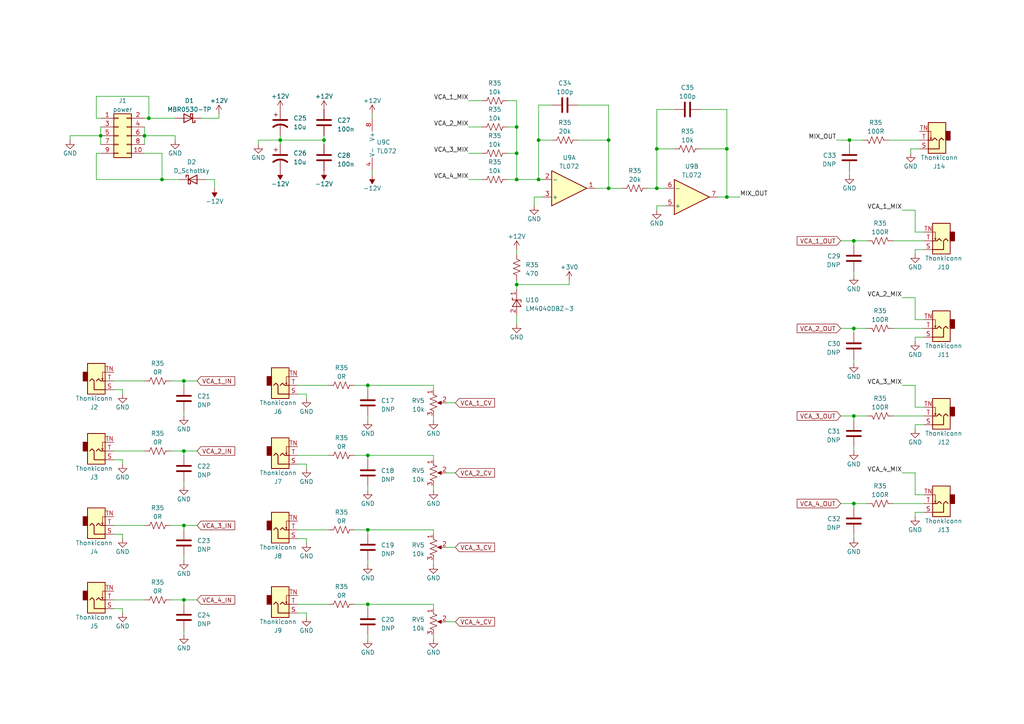
<source format=kicad_sch>
(kicad_sch (version 20230121) (generator eeschema)
  (paper "A4")
  (lib_symbols
    (symbol "Amplifier_Operational:TL072" (pin_names (offset 0.127))
      (property "Reference" "U" (at 0 5.08 0))
      (property "Value" "TL072" (at 0 -5.08 0))
      (symbol "TL072_1_1"
        (polyline (pts (xy -5.08 5.08) (xy 5.08 0) (xy -5.08 -5.08) (xy -5.08 5.08)) (stroke (width 0.254)) (fill (type background)))
        (pin output line (at 7.62 0 180) (length 2.54) (name "~") (number "1"))
        (pin input line (at -7.62 -2.54 0) (length 2.54) (name "-") (number "2"))
        (pin input line (at -7.62 2.54 0) (length 2.54) (name "+") (number "3"))
      )
      (symbol "TL072_2_1"
        (polyline (pts (xy -5.08 5.08) (xy 5.08 0) (xy -5.08 -5.08) (xy -5.08 5.08)) (stroke (width 0.254)) (fill (type background)))
        (pin input line (at -7.62 2.54 0) (length 2.54) (name "+") (number "5"))
        (pin input line (at -7.62 -2.54 0) (length 2.54) (name "-") (number "6"))
        (pin output line (at 7.62 0 180) (length 2.54) (name "~") (number "7"))
      )
      (symbol "TL072_3_1"
        (pin power_in line (at -2.54 -7.62 90) (length 3.81) (name "V-") (number "4"))
        (pin power_in line (at -2.54 7.62 270) (length 3.81) (name "V+") (number "8"))
      )
    )
    (symbol "Connector_Audio:AudioJack2_SwitchT"
      (property "Reference" "J" (at 0 8.89 0))
      (property "Value" "AudioJack2_SwitchT" (at 0 6.35 0))
      (symbol "AudioJack2_SwitchT_0_1"
        (rectangle (start -2.54 0) (end -3.81 -2.54) (stroke (width 0.254)) (fill (type outline)))
        (polyline (pts (xy 1.778 -0.254) (xy 2.032 -0.762)))
        (polyline (pts (xy 0 0) (xy 0.635 -0.635) (xy 1.27 0) (xy 2.54 0)) (stroke (width 0.254)))
        (polyline (pts (xy 2.54 -2.54) (xy 1.778 -2.54) (xy 1.778 -0.254) (xy 1.524 -0.762)))
        (polyline (pts (xy 2.54 2.54) (xy -0.635 2.54) (xy -0.635 0) (xy -1.27 -0.635) (xy -1.905 0)) (stroke (width 0.254)))
        (rectangle (start 2.54 3.81) (end -2.54 -5.08) (stroke (width 0.254)) (fill (type background)))
      )
      (symbol "AudioJack2_SwitchT_1_1"
        (pin passive line (at 5.08 2.54 180) (length 2.54) (name "~") (number "S"))
        (pin passive line (at 5.08 0 180) (length 2.54) (name "~") (number "T"))
        (pin passive line (at 5.08 -2.54 180) (length 2.54) (name "~") (number "TN"))
      )
    )
    (symbol "Connector_Generic:Conn_02x05_Odd_Even" (pin_names (offset 1.016) hide)
      (property "Reference" "J" (at 1.27 7.62 0))
      (property "Value" "Conn_02x05_Odd_Even" (at 1.27 -7.62 0))
      (symbol "Conn_02x05_Odd_Even_1_1"
        (rectangle (start -1.27 -4.953) (end 0 -5.207) (stroke (width 0.1524)))
        (rectangle (start -1.27 -2.413) (end 0 -2.667) (stroke (width 0.1524)))
        (rectangle (start -1.27 0.127) (end 0 -0.127) (stroke (width 0.1524)))
        (rectangle (start -1.27 2.667) (end 0 2.413) (stroke (width 0.1524)))
        (rectangle (start -1.27 5.207) (end 0 4.953) (stroke (width 0.1524)))
        (rectangle (start -1.27 6.35) (end 3.81 -6.35) (stroke (width 0.254)) (fill (type background)))
        (rectangle (start 3.81 -4.953) (end 2.54 -5.207) (stroke (width 0.1524)))
        (rectangle (start 3.81 -2.413) (end 2.54 -2.667) (stroke (width 0.1524)))
        (rectangle (start 3.81 0.127) (end 2.54 -0.127) (stroke (width 0.1524)))
        (rectangle (start 3.81 2.667) (end 2.54 2.413) (stroke (width 0.1524)))
        (rectangle (start 3.81 5.207) (end 2.54 4.953) (stroke (width 0.1524)))
        (pin passive line (at -5.08 5.08 0) (length 3.81) (name "Pin_1") (number "1"))
        (pin passive line (at 7.62 -5.08 180) (length 3.81) (name "Pin_10") (number "10"))
        (pin passive line (at 7.62 5.08 180) (length 3.81) (name "Pin_2") (number "2"))
        (pin passive line (at -5.08 2.54 0) (length 3.81) (name "Pin_3") (number "3"))
        (pin passive line (at 7.62 2.54 180) (length 3.81) (name "Pin_4") (number "4"))
        (pin passive line (at -5.08 0 0) (length 3.81) (name "Pin_5") (number "5"))
        (pin passive line (at 7.62 0 180) (length 3.81) (name "Pin_6") (number "6"))
        (pin passive line (at -5.08 -2.54 0) (length 3.81) (name "Pin_7") (number "7"))
        (pin passive line (at 7.62 -2.54 180) (length 3.81) (name "Pin_8") (number "8"))
        (pin passive line (at -5.08 -5.08 0) (length 3.81) (name "Pin_9") (number "9"))
      )
    )
    (symbol "Device:C" (pin_numbers hide) (pin_names (offset 0.254))
      (property "Reference" "C" (at 0.635 2.54 0))
      (property "Value" "C" (at 0.635 -2.54 0))
      (symbol "C_0_1"
        (polyline (pts (xy -2.032 -0.762) (xy 2.032 -0.762)) (stroke (width 0.508)))
        (polyline (pts (xy -2.032 0.762) (xy 2.032 0.762)) (stroke (width 0.508)))
      )
      (symbol "C_1_1"
        (pin passive line (at 0 3.81 270) (length 2.794) (name "~") (number "1"))
        (pin passive line (at 0 -3.81 90) (length 2.794) (name "~") (number "2"))
      )
    )
    (symbol "Device:C_Polarized_US" (pin_numbers hide) (pin_names (offset 0.254) hide)
      (property "Reference" "C" (at 0.635 2.54 0))
      (property "Value" "C_Polarized_US" (at 0.635 -2.54 0))
      (symbol "C_Polarized_US_0_1"
        (polyline (pts (xy -2.032 0.762) (xy 2.032 0.762)) (stroke (width 0.508)))
        (polyline (pts (xy -1.778 2.286) (xy -0.762 2.286)))
        (polyline (pts (xy -1.27 1.778) (xy -1.27 2.794)))
        (arc (start 2.032 -1.27) (mid 0 -0.5572) (end -2.032 -1.27) (stroke (width 0.508)))
      )
      (symbol "C_Polarized_US_1_1"
        (pin passive line (at 0 3.81 270) (length 2.794) (name "~") (number "1"))
        (pin passive line (at 0 -3.81 90) (length 3.302) (name "~") (number "2"))
      )
    )
    (symbol "Device:D_Schottky" (pin_numbers hide) (pin_names (offset 1.016) hide)
      (property "Reference" "D" (at 0 2.54 0))
      (property "Value" "D_Schottky" (at 0 -2.54 0))
      (symbol "D_Schottky_0_1"
        (polyline (pts (xy 1.27 0) (xy -1.27 0)))
        (polyline (pts (xy 1.27 1.27) (xy 1.27 -1.27) (xy -1.27 0) (xy 1.27 1.27)) (stroke (width 0.254)))
        (polyline (pts (xy -1.905 0.635) (xy -1.905 1.27) (xy -1.27 1.27) (xy -1.27 -1.27) (xy -0.635 -1.27) (xy -0.635 -0.635)) (stroke (width 0.254)))
      )
      (symbol "D_Schottky_1_1"
        (pin passive line (at -3.81 0 0) (length 2.54) (name "K") (number "1"))
        (pin passive line (at 3.81 0 180) (length 2.54) (name "A") (number "2"))
      )
    )
    (symbol "Device:R_Potentiometer_US" (pin_names (offset 1.016) hide)
      (property "Reference" "RV" (at -4.445 0 90))
      (property "Value" "R_Potentiometer_US" (at -2.54 0 90))
      (symbol "R_Potentiometer_US_0_1"
        (polyline (pts (xy 0 -2.286) (xy 0 -2.54)))
        (polyline (pts (xy 0 2.54) (xy 0 2.286)))
        (polyline (pts (xy 2.54 0) (xy 1.524 0)))
        (polyline (pts (xy 1.143 0) (xy 2.286 0.508) (xy 2.286 -0.508) (xy 1.143 0)) (fill (type outline)))
        (polyline (pts (xy 0 -0.762) (xy 1.016 -1.143) (xy 0 -1.524) (xy -1.016 -1.905) (xy 0 -2.286)))
        (polyline (pts (xy 0 0.762) (xy 1.016 0.381) (xy 0 0) (xy -1.016 -0.381) (xy 0 -0.762)))
        (polyline (pts (xy 0 2.286) (xy 1.016 1.905) (xy 0 1.524) (xy -1.016 1.143) (xy 0 0.762)))
      )
      (symbol "R_Potentiometer_US_1_1"
        (pin passive line (at 0 3.81 270) (length 1.27) (name "1") (number "1"))
        (pin passive line (at 3.81 0 180) (length 1.27) (name "2") (number "2"))
        (pin passive line (at 0 -3.81 90) (length 1.27) (name "3") (number "3"))
      )
    )
    (symbol "Device:R_US" (pin_numbers hide) (pin_names (offset 0))
      (property "Reference" "R" (at 2.54 0 90))
      (property "Value" "R_US" (at -2.54 0 90))
      (symbol "R_US_0_1"
        (polyline (pts (xy 0 -2.286) (xy 0 -2.54)))
        (polyline (pts (xy 0 2.286) (xy 0 2.54)))
        (polyline (pts (xy 0 -0.762) (xy 1.016 -1.143) (xy 0 -1.524) (xy -1.016 -1.905) (xy 0 -2.286)))
        (polyline (pts (xy 0 0.762) (xy 1.016 0.381) (xy 0 0) (xy -1.016 -0.381) (xy 0 -0.762)))
        (polyline (pts (xy 0 2.286) (xy 1.016 1.905) (xy 0 1.524) (xy -1.016 1.143) (xy 0 0.762)))
      )
      (symbol "R_US_1_1"
        (pin passive line (at 0 3.81 270) (length 1.27) (name "~") (number "1"))
        (pin passive line (at 0 -3.81 90) (length 1.27) (name "~") (number "2"))
      )
    )
    (symbol "Reference_Voltage:LM4040DBZ-3" (pin_names (offset 0.0254) hide)
      (property "Reference" "U" (at 0 2.54 0))
      (property "Value" "LM4040DBZ-3" (at 0 -3.175 0))
      (symbol "LM4040DBZ-3_0_1"
        (polyline (pts (xy -1.27 0) (xy 0 0) (xy 1.27 0)))
        (polyline (pts (xy -1.27 -1.27) (xy 0.635 0) (xy -1.27 1.27) (xy -1.27 -1.27)) (stroke (width 0.2032)))
        (polyline (pts (xy 0 -1.27) (xy 0.635 -1.27) (xy 0.635 1.27) (xy 1.27 1.27)) (stroke (width 0.2032)))
      )
      (symbol "LM4040DBZ-3_1_1"
        (pin passive line (at 3.81 0 180) (length 2.54) (name "K") (number "1"))
        (pin passive line (at -3.81 0 0) (length 2.54) (name "A") (number "2"))
      )
    )
    (symbol "power:+12V" (power) (pin_names (offset 0))
      (property "Value" "+12V" (at 0 3.556 0))
      (symbol "+12V_0_1"
        (polyline (pts (xy -0.762 1.27) (xy 0 2.54)))
        (polyline (pts (xy 0 0) (xy 0 2.54)))
        (polyline (pts (xy 0 2.54) (xy 0.762 1.27)))
      )
      (symbol "+12V_1_1"
        (pin power_in line (at 0 0 90) (length 0) hide (name "+12V") (number "1"))
      )
    )
    (symbol "power:+3V0" (power) (pin_names (offset 0))
      (property "Value" "+3V0" (at 0 3.556 0))
      (symbol "+3V0_0_1"
        (polyline (pts (xy -0.762 1.27) (xy 0 2.54)))
        (polyline (pts (xy 0 0) (xy 0 2.54)))
        (polyline (pts (xy 0 2.54) (xy 0.762 1.27)))
      )
      (symbol "+3V0_1_1"
        (pin power_in line (at 0 0 90) (length 0) hide (name "+3V0") (number "1"))
      )
    )
    (symbol "power:-12V" (power) (pin_names (offset 0))
      (property "Value" "-12V" (at 0 3.81 0))
      (symbol "-12V_0_0"
        (pin power_in line (at 0 0 90) (length 0) hide (name "-12V") (number "1"))
      )
      (symbol "-12V_0_1"
        (polyline (pts (xy 0 0) (xy 0 1.27) (xy 0.762 1.27) (xy 0 2.54) (xy -0.762 1.27) (xy 0 1.27)) (fill (type outline)))
      )
    )
    (symbol "power:GND" (power) (pin_names (offset 0))
      (property "Value" "GND" (at 0 -3.81 0))
      (symbol "GND_0_1"
        (polyline (pts (xy 0 0) (xy 0 -1.27) (xy 1.27 -1.27) (xy 0 -2.54) (xy -1.27 -1.27) (xy 0 -1.27)))
      )
      (symbol "GND_1_1"
        (pin power_in line (at 0 0 270) (length 0) hide (name "GND") (number "1"))
      )
    )
  )
  (junction (at 176.53 40.64))
  (junction (at 156.21 52.07))
  (junction (at 53.34 110.49))
  (junction (at 106.68 153.67))
  (junction (at 149.86 44.45))
  (junction (at 29.21 39.37))
  (junction (at 210.82 57.15))
  (junction (at 247.65 120.65))
  (junction (at 210.82 43.18))
  (junction (at 43.18 34.29))
  (junction (at 46.99 52.07))
  (junction (at 176.53 54.61))
  (junction (at 247.65 69.85))
  (junction (at 247.65 146.05))
  (junction (at 53.34 173.99))
  (junction (at 106.68 111.76))
  (junction (at 149.86 82.55))
  (junction (at 149.86 52.07))
  (junction (at 81.28 40.64))
  (junction (at 106.68 132.08))
  (junction (at 190.5 43.18))
  (junction (at 53.34 130.81))
  (junction (at 246.38 40.64))
  (junction (at 247.65 95.25))
  (junction (at 53.34 152.4))
  (junction (at 149.86 36.83))
  (junction (at 156.21 40.64))
  (junction (at 190.5 54.61))
  (junction (at 41.91 39.37))
  (junction (at 106.68 175.26))
  (junction (at 93.98 40.64))
  (wire (pts (xy 93.98 40.64) (xy 93.98 41.91)))
  (wire (pts (xy 29.21 36.83) (xy 29.21 39.37)))
  (wire (pts (xy 265.43 123.19) (xy 265.43 124.46)))
  (wire (pts (xy 247.65 95.25) (xy 243.84 95.25)))
  (wire (pts (xy 261.62 60.96) (xy 265.43 60.96)))
  (wire (pts (xy 43.18 34.29) (xy 41.91 34.29)))
  (wire (pts (xy 247.65 96.52) (xy 247.65 95.25)))
  (wire (pts (xy 265.43 86.36) (xy 265.43 92.71)))
  (wire (pts (xy 135.89 44.45) (xy 139.7 44.45)))
  (wire (pts (xy 265.43 72.39) (xy 265.43 73.66)))
  (wire (pts (xy 106.68 153.67) (xy 102.87 153.67)))
  (wire (pts (xy 247.65 154.94) (xy 247.65 156.21)))
  (wire (pts (xy 154.94 59.69) (xy 154.94 57.15)))
  (wire (pts (xy 33.02 154.94) (xy 35.56 154.94)))
  (wire (pts (xy 27.94 27.94) (xy 43.18 27.94)))
  (wire (pts (xy 106.68 175.26) (xy 102.87 175.26)))
  (wire (pts (xy 35.56 154.94) (xy 35.56 156.21)))
  (wire (pts (xy 88.9 156.21) (xy 88.9 157.48)))
  (wire (pts (xy 53.34 161.29) (xy 53.34 162.56)))
  (wire (pts (xy 53.34 173.99) (xy 49.53 173.99)))
  (wire (pts (xy 106.68 140.97) (xy 106.68 142.24)))
  (wire (pts (xy 247.65 121.92) (xy 247.65 120.65)))
  (wire (pts (xy 53.34 139.7) (xy 53.34 140.97)))
  (wire (pts (xy 125.73 162.56) (xy 125.73 163.83)))
  (wire (pts (xy 149.86 36.83) (xy 149.86 44.45)))
  (wire (pts (xy 86.36 134.62) (xy 88.9 134.62)))
  (wire (pts (xy 210.82 31.75) (xy 210.82 43.18)))
  (wire (pts (xy 106.68 120.65) (xy 106.68 121.92)))
  (wire (pts (xy 106.68 184.15) (xy 106.68 185.42)))
  (wire (pts (xy 43.18 27.94) (xy 43.18 34.29)))
  (wire (pts (xy 58.42 34.29) (xy 63.5 34.29)))
  (wire (pts (xy 88.9 177.8) (xy 88.9 179.07)))
  (wire (pts (xy 33.02 152.4) (xy 41.91 152.4)))
  (wire (pts (xy 190.5 43.18) (xy 195.58 43.18)))
  (wire (pts (xy 86.36 114.3) (xy 88.9 114.3)))
  (wire (pts (xy 265.43 137.16) (xy 265.43 143.51)))
  (wire (pts (xy 53.34 110.49) (xy 57.15 110.49)))
  (wire (pts (xy 43.18 34.29) (xy 50.8 34.29)))
  (wire (pts (xy 246.38 40.64) (xy 250.19 40.64)))
  (wire (pts (xy 29.21 34.29) (xy 27.94 34.29)))
  (wire (pts (xy 107.95 33.02) (xy 107.95 34.29)))
  (wire (pts (xy 149.86 72.39) (xy 149.86 73.66)))
  (wire (pts (xy 167.64 30.48) (xy 176.53 30.48)))
  (wire (pts (xy 261.62 111.76) (xy 265.43 111.76)))
  (wire (pts (xy 27.94 52.07) (xy 46.99 52.07)))
  (wire (pts (xy 125.73 175.26) (xy 125.73 176.53)))
  (wire (pts (xy 29.21 39.37) (xy 29.21 41.91)))
  (wire (pts (xy 266.7 40.64) (xy 257.81 40.64)))
  (wire (pts (xy 129.54 158.75) (xy 132.08 158.75)))
  (wire (pts (xy 129.54 116.84) (xy 132.08 116.84)))
  (wire (pts (xy 247.65 69.85) (xy 243.84 69.85)))
  (wire (pts (xy 247.65 78.74) (xy 247.65 80.01)))
  (wire (pts (xy 147.32 52.07) (xy 149.86 52.07)))
  (wire (pts (xy 88.9 134.62) (xy 88.9 135.89)))
  (wire (pts (xy 147.32 44.45) (xy 149.86 44.45)))
  (wire (pts (xy 135.89 29.21) (xy 139.7 29.21)))
  (wire (pts (xy 210.82 43.18) (xy 210.82 57.15)))
  (wire (pts (xy 265.43 111.76) (xy 265.43 118.11)))
  (wire (pts (xy 53.34 110.49) (xy 49.53 110.49)))
  (wire (pts (xy 246.38 40.64) (xy 242.57 40.64)))
  (wire (pts (xy 106.68 153.67) (xy 125.73 153.67)))
  (wire (pts (xy 125.73 120.65) (xy 125.73 121.92)))
  (wire (pts (xy 247.65 104.14) (xy 247.65 105.41)))
  (wire (pts (xy 149.86 29.21) (xy 149.86 36.83)))
  (wire (pts (xy 156.21 40.64) (xy 156.21 30.48)))
  (wire (pts (xy 190.5 31.75) (xy 190.5 43.18)))
  (wire (pts (xy 53.34 130.81) (xy 49.53 130.81)))
  (wire (pts (xy 50.8 39.37) (xy 50.8 40.64)))
  (wire (pts (xy 53.34 119.38) (xy 53.34 120.65)))
  (wire (pts (xy 190.5 54.61) (xy 190.5 43.18)))
  (wire (pts (xy 86.36 153.67) (xy 95.25 153.67)))
  (wire (pts (xy 165.1 81.28) (xy 165.1 82.55)))
  (wire (pts (xy 267.97 95.25) (xy 259.08 95.25)))
  (wire (pts (xy 149.86 82.55) (xy 165.1 82.55)))
  (wire (pts (xy 154.94 57.15) (xy 157.48 57.15)))
  (wire (pts (xy 35.56 133.35) (xy 35.56 134.62)))
  (wire (pts (xy 33.02 110.49) (xy 41.91 110.49)))
  (wire (pts (xy 106.68 162.56) (xy 106.68 163.83)))
  (wire (pts (xy 267.97 148.59) (xy 265.43 148.59)))
  (wire (pts (xy 129.54 137.16) (xy 132.08 137.16)))
  (wire (pts (xy 265.43 148.59) (xy 265.43 149.86)))
  (wire (pts (xy 195.58 31.75) (xy 190.5 31.75)))
  (wire (pts (xy 35.56 176.53) (xy 35.56 177.8)))
  (wire (pts (xy 176.53 30.48) (xy 176.53 40.64)))
  (wire (pts (xy 247.65 69.85) (xy 251.46 69.85)))
  (wire (pts (xy 156.21 30.48) (xy 160.02 30.48)))
  (wire (pts (xy 247.65 120.65) (xy 251.46 120.65)))
  (wire (pts (xy 264.16 43.18) (xy 264.16 44.45)))
  (wire (pts (xy 86.36 175.26) (xy 95.25 175.26)))
  (wire (pts (xy 265.43 92.71) (xy 267.97 92.71)))
  (wire (pts (xy 29.21 39.37) (xy 20.32 39.37)))
  (wire (pts (xy 53.34 111.76) (xy 53.34 110.49)))
  (wire (pts (xy 149.86 82.55) (xy 149.86 83.82)))
  (wire (pts (xy 86.36 156.21) (xy 88.9 156.21)))
  (wire (pts (xy 46.99 52.07) (xy 52.07 52.07)))
  (wire (pts (xy 41.91 39.37) (xy 50.8 39.37)))
  (wire (pts (xy 187.96 54.61) (xy 190.5 54.61)))
  (wire (pts (xy 203.2 43.18) (xy 210.82 43.18)))
  (wire (pts (xy 267.97 67.31) (xy 265.43 67.31)))
  (wire (pts (xy 125.73 140.97) (xy 125.73 142.24)))
  (wire (pts (xy 247.65 146.05) (xy 243.84 146.05)))
  (wire (pts (xy 106.68 176.53) (xy 106.68 175.26)))
  (wire (pts (xy 33.02 133.35) (xy 35.56 133.35)))
  (wire (pts (xy 265.43 118.11) (xy 267.97 118.11)))
  (wire (pts (xy 149.86 91.44) (xy 149.86 93.98)))
  (wire (pts (xy 53.34 175.26) (xy 53.34 173.99)))
  (wire (pts (xy 246.38 41.91) (xy 246.38 40.64)))
  (wire (pts (xy 247.65 146.05) (xy 251.46 146.05)))
  (wire (pts (xy 106.68 154.94) (xy 106.68 153.67)))
  (wire (pts (xy 27.94 34.29) (xy 27.94 27.94)))
  (wire (pts (xy 247.65 71.12) (xy 247.65 69.85)))
  (wire (pts (xy 147.32 36.83) (xy 149.86 36.83)))
  (wire (pts (xy 247.65 147.32) (xy 247.65 146.05)))
  (wire (pts (xy 53.34 182.88) (xy 53.34 184.15)))
  (wire (pts (xy 81.28 40.64) (xy 93.98 40.64)))
  (wire (pts (xy 20.32 39.37) (xy 20.32 40.64)))
  (wire (pts (xy 53.34 173.99) (xy 57.15 173.99)))
  (wire (pts (xy 261.62 86.36) (xy 265.43 86.36)))
  (wire (pts (xy 149.86 81.28) (xy 149.86 82.55)))
  (wire (pts (xy 156.21 52.07) (xy 157.48 52.07)))
  (wire (pts (xy 106.68 175.26) (xy 125.73 175.26)))
  (wire (pts (xy 190.5 60.96) (xy 190.5 59.69)))
  (wire (pts (xy 210.82 57.15) (xy 208.28 57.15)))
  (wire (pts (xy 135.89 36.83) (xy 139.7 36.83)))
  (wire (pts (xy 267.97 69.85) (xy 259.08 69.85)))
  (wire (pts (xy 106.68 111.76) (xy 102.87 111.76)))
  (wire (pts (xy 29.21 44.45) (xy 27.94 44.45)))
  (wire (pts (xy 74.93 41.91) (xy 74.93 40.64)))
  (wire (pts (xy 176.53 54.61) (xy 180.34 54.61)))
  (wire (pts (xy 62.23 52.07) (xy 62.23 54.61)))
  (wire (pts (xy 86.36 111.76) (xy 95.25 111.76)))
  (wire (pts (xy 267.97 72.39) (xy 265.43 72.39)))
  (wire (pts (xy 265.43 143.51) (xy 267.97 143.51)))
  (wire (pts (xy 149.86 52.07) (xy 156.21 52.07)))
  (wire (pts (xy 265.43 97.79) (xy 265.43 99.06)))
  (wire (pts (xy 266.7 43.18) (xy 264.16 43.18)))
  (wire (pts (xy 246.38 49.53) (xy 246.38 50.8)))
  (wire (pts (xy 106.68 132.08) (xy 102.87 132.08)))
  (wire (pts (xy 106.68 133.35) (xy 106.68 132.08)))
  (wire (pts (xy 53.34 132.08) (xy 53.34 130.81)))
  (wire (pts (xy 203.2 31.75) (xy 210.82 31.75)))
  (wire (pts (xy 125.73 184.15) (xy 125.73 185.42)))
  (wire (pts (xy 247.65 120.65) (xy 243.84 120.65)))
  (wire (pts (xy 247.65 95.25) (xy 251.46 95.25)))
  (wire (pts (xy 167.64 40.64) (xy 176.53 40.64)))
  (wire (pts (xy 41.91 44.45) (xy 46.99 44.45)))
  (wire (pts (xy 33.02 113.03) (xy 35.56 113.03)))
  (wire (pts (xy 160.02 40.64) (xy 156.21 40.64)))
  (wire (pts (xy 27.94 44.45) (xy 27.94 52.07)))
  (wire (pts (xy 53.34 130.81) (xy 57.15 130.81)))
  (wire (pts (xy 53.34 152.4) (xy 49.53 152.4)))
  (wire (pts (xy 267.97 120.65) (xy 259.08 120.65)))
  (wire (pts (xy 176.53 54.61) (xy 172.72 54.61)))
  (wire (pts (xy 135.89 52.07) (xy 139.7 52.07)))
  (wire (pts (xy 33.02 176.53) (xy 35.56 176.53)))
  (wire (pts (xy 147.32 29.21) (xy 149.86 29.21)))
  (wire (pts (xy 267.97 123.19) (xy 265.43 123.19)))
  (wire (pts (xy 81.28 40.64) (xy 81.28 41.91)))
  (wire (pts (xy 81.28 40.64) (xy 81.28 39.37)))
  (wire (pts (xy 107.95 49.53) (xy 107.95 50.8)))
  (wire (pts (xy 88.9 114.3) (xy 88.9 115.57)))
  (wire (pts (xy 41.91 36.83) (xy 41.91 39.37)))
  (wire (pts (xy 210.82 57.15) (xy 214.63 57.15)))
  (wire (pts (xy 106.68 113.03) (xy 106.68 111.76)))
  (wire (pts (xy 190.5 54.61) (xy 193.04 54.61)))
  (wire (pts (xy 93.98 40.64) (xy 93.98 39.37)))
  (wire (pts (xy 125.73 132.08) (xy 125.73 133.35)))
  (wire (pts (xy 176.53 40.64) (xy 176.53 54.61)))
  (wire (pts (xy 74.93 40.64) (xy 81.28 40.64)))
  (wire (pts (xy 46.99 44.45) (xy 46.99 52.07)))
  (wire (pts (xy 63.5 34.29) (xy 63.5 33.02)))
  (wire (pts (xy 149.86 44.45) (xy 149.86 52.07)))
  (wire (pts (xy 265.43 67.31) (xy 265.43 60.96)))
  (wire (pts (xy 190.5 59.69) (xy 193.04 59.69)))
  (wire (pts (xy 267.97 146.05) (xy 259.08 146.05)))
  (wire (pts (xy 86.36 132.08) (xy 95.25 132.08)))
  (wire (pts (xy 106.68 132.08) (xy 125.73 132.08)))
  (wire (pts (xy 106.68 111.76) (xy 125.73 111.76)))
  (wire (pts (xy 156.21 40.64) (xy 156.21 52.07)))
  (wire (pts (xy 129.54 180.34) (xy 132.08 180.34)))
  (wire (pts (xy 33.02 130.81) (xy 41.91 130.81)))
  (wire (pts (xy 125.73 111.76) (xy 125.73 113.03)))
  (wire (pts (xy 41.91 39.37) (xy 41.91 41.91)))
  (wire (pts (xy 261.62 137.16) (xy 265.43 137.16)))
  (wire (pts (xy 35.56 113.03) (xy 35.56 114.3)))
  (wire (pts (xy 247.65 129.54) (xy 247.65 130.81)))
  (wire (pts (xy 125.73 153.67) (xy 125.73 154.94)))
  (wire (pts (xy 53.34 152.4) (xy 57.15 152.4)))
  (wire (pts (xy 53.34 153.67) (xy 53.34 152.4)))
  (wire (pts (xy 33.02 173.99) (xy 41.91 173.99)))
  (wire (pts (xy 59.69 52.07) (xy 62.23 52.07)))
  (wire (pts (xy 86.36 177.8) (xy 88.9 177.8)))
  (wire (pts (xy 267.97 97.79) (xy 265.43 97.79)))
  (label "VCA_1_MIX" (at 261.62 60.96 180))
  (label "VCA_3_MIX" (at 135.89 44.45 180))
  (label "VCA_4_MIX" (at 261.62 137.16 180))
  (label "MIX_OUT" (at 214.63 57.15 0))
  (label "VCA_2_MIX" (at 135.89 36.83 180))
  (label "VCA_1_MIX" (at 135.89 29.21 180))
  (label "VCA_3_MIX" (at 261.62 111.76 180))
  (label "VCA_4_MIX" (at 135.89 52.07 180))
  (label "VCA_2_MIX" (at 261.62 86.36 180))
  (label "MIX_OUT" (at 242.57 40.64 180))
  (global_label "VCA_3_CV" (shape input) (at 132.08 158.75 0) (property "Intersheetrefs" "${INTERSHEET_REFS}" (effects hide)))
  (global_label "VCA_4_OUT" (shape input) (at 243.84 146.05 180) (property "Intersheetrefs" "${INTERSHEET_REFS}" (effects hide)))
  (global_label "VCA_1_IN" (shape input) (at 57.15 110.49 0) (property "Intersheetrefs" "${INTERSHEET_REFS}" (effects hide)))
  (global_label "VCA_3_IN" (shape input) (at 57.15 152.4 0) (property "Intersheetrefs" "${INTERSHEET_REFS}" (effects hide)))
  (global_label "VCA_2_IN" (shape input) (at 57.15 130.81 0) (property "Intersheetrefs" "${INTERSHEET_REFS}" (effects hide)))
  (global_label "VCA_1_CV" (shape input) (at 132.08 116.84 0) (property "Intersheetrefs" "${INTERSHEET_REFS}" (effects hide)))
  (global_label "VCA_4_IN" (shape input) (at 57.15 173.99 0) (property "Intersheetrefs" "${INTERSHEET_REFS}" (effects hide)))
  (global_label "VCA_2_CV" (shape input) (at 132.08 137.16 0) (property "Intersheetrefs" "${INTERSHEET_REFS}" (effects hide)))
  (global_label "VCA_2_OUT" (shape input) (at 243.84 95.25 180) (property "Intersheetrefs" "${INTERSHEET_REFS}" (effects hide)))
  (global_label "VCA_3_OUT" (shape input) (at 243.84 120.65 180) (property "Intersheetrefs" "${INTERSHEET_REFS}" (effects hide)))
  (global_label "VCA_1_OUT" (shape input) (at 243.84 69.85 180) (property "Intersheetrefs" "${INTERSHEET_REFS}" (effects hide)))
  (global_label "VCA_4_CV" (shape input) (at 132.08 180.34 0) (property "Intersheetrefs" "${INTERSHEET_REFS}" (effects hide)))
  (symbol (lib_id "power:GND") (at 35.56 156.21 0) (unit 1)
    (property "Reference" "#PWR0119" (effects hide))
    (property "Value" "GND" (at 35.56 160.02 0))
  )
  (symbol (lib_id "Device:C") (at 199.39 31.75 90) (unit 1)
    (property "Reference" "C35" (at 199.39 25.4 90))
    (property "Value" "100p" (at 199.39 27.94 90))
    (property "Footprint" "Capacitor_SMD:C_0805_2012Metric_Pad1.18x1.45mm_HandSolder" (effects hide))
  )
  (symbol (lib_id "Connector_Audio:AudioJack2_SwitchT") (at 81.28 132.08 0) (mirror x) (unit 1)
    (property "Reference" "J7" (at 80.645 139.7 0))
    (property "Value" "Thonkiconn" (at 80.645 137.16 0))
    (property "Footprint" "synthesis:thonkiconn" (effects hide))
  )
  (symbol (lib_id "Device:R_US") (at 149.86 77.47 0) (unit 1)
    (property "Reference" "R35" (at 152.4 76.835 0) (effects (justify left)))
    (property "Value" "470" (at 152.4 79.375 0) (effects (justify left)))
    (property "Footprint" "Resistor_SMD:R_0805_2012Metric_Pad1.20x1.40mm_HandSolder" (effects hide))
    (instances (project "vca_mix" (path "" (reference "R35") (unit 1)) (path "" (reference "R56") (unit 1)) (path "" (reference "R101") (unit 1))))
  )
  (symbol (lib_id "Connector_Audio:AudioJack2_SwitchT") (at 81.28 153.67 0) (mirror x) (unit 1)
    (property "Reference" "J8" (at 80.645 161.29 0))
    (property "Value" "Thonkiconn" (at 80.645 158.75 0))
    (property "Footprint" "synthesis:thonkiconn" (effects hide))
  )
  (symbol (lib_id "power:GND") (at 53.34 140.97 0) (unit 1)
    (property "Reference" "#PWR0122" (effects hide))
    (property "Value" "GND" (at 53.34 144.78 0))
  )
  (symbol (lib_id "power:GND") (at 154.94 59.69 0) (unit 1)
    (property "Reference" "#PWR0135" (effects hide))
    (property "Value" "GND" (at 154.94 63.5 0))
  )
  (symbol (lib_id "power:+12V") (at 81.28 31.75 0) (unit 1)
    (property "Reference" "#PWR085" (effects hide))
    (property "Value" "+12V" (at 81.28 27.94 0))
  )
  (symbol (lib_id "Connector_Audio:AudioJack2_SwitchT") (at 271.78 40.64 180) (unit 1)
    (property "Reference" "J14" (at 272.415 48.26 0))
    (property "Value" "Thonkiconn" (at 272.415 45.72 0))
    (property "Footprint" "synthesis:thonkiconn" (effects hide))
  )
  (symbol (lib_id "power:GND") (at 246.38 50.8 0) (mirror y) (unit 1)
    (property "Reference" "#PWR0133" (effects hide))
    (property "Value" "GND" (at 246.38 54.61 0))
  )
  (symbol (lib_id "Device:R_Potentiometer_US") (at 125.73 180.34 0) (unit 1)
    (property "Reference" "RV5" (at 123.19 179.705 0) (effects (justify right)))
    (property "Value" "10k" (at 123.19 182.245 0) (effects (justify right)))
    (property "Footprint" "synthesis:alpha_pot" (effects hide))
    (instances (project "vca_mix" (path "" (reference "RV5") (unit 1)) (path "" (reference "RV12") (unit 1))))
  )
  (symbol (lib_id "Device:R_US") (at 255.27 146.05 270) (mirror x) (unit 1)
    (property "Reference" "R35" (at 255.27 140.97 90))
    (property "Value" "100R" (at 255.27 143.51 90))
    (property "Footprint" "Resistor_SMD:R_0805_2012Metric_Pad1.20x1.40mm_HandSolder" (effects hide))
    (instances (project "vca_mix" (path "" (reference "R35") (unit 1)) (path "" (reference "R56") (unit 1)) (path "" (reference "R92") (unit 1))))
  )
  (symbol (lib_id "power:GND") (at 88.9 115.57 0) (unit 1)
    (property "Reference" "#PWR093" (effects hide))
    (property "Value" "GND" (at 88.9 119.38 0))
  )
  (symbol (lib_id "power:GND") (at 106.68 121.92 0) (unit 1)
    (property "Reference" "#PWR0113" (effects hide))
    (property "Value" "GND" (at 106.68 125.73 0))
  )
  (symbol (lib_id "power:GND") (at 53.34 184.15 0) (unit 1)
    (property "Reference" "#PWR0124" (effects hide))
    (property "Value" "GND" (at 53.34 187.96 0))
  )
  (symbol (lib_id "Device:R_US") (at 45.72 173.99 90) (unit 1)
    (property "Reference" "R35" (at 45.72 168.91 90))
    (property "Value" "0R" (at 45.72 171.45 90))
    (property "Footprint" "Resistor_SMD:R_0805_2012Metric_Pad1.20x1.40mm_HandSolder" (effects hide))
    (instances (project "vca_mix" (path "" (reference "R35") (unit 1)) (path "" (reference "R56") (unit 1)) (path "" (reference "R88") (unit 1))))
  )
  (symbol (lib_id "power:+12V") (at 93.98 31.75 0) (unit 1)
    (property "Reference" "#PWR088" (effects hide))
    (property "Value" "+12V" (at 93.98 27.94 0))
  )
  (symbol (lib_id "power:GND") (at 106.68 185.42 0) (unit 1)
    (property "Reference" "#PWR0116" (effects hide))
    (property "Value" "GND" (at 106.68 189.23 0))
  )
  (symbol (lib_id "Device:R_US") (at 255.27 120.65 270) (mirror x) (unit 1)
    (property "Reference" "R35" (at 255.27 115.57 90))
    (property "Value" "100R" (at 255.27 118.11 90))
    (property "Footprint" "Resistor_SMD:R_0805_2012Metric_Pad1.20x1.40mm_HandSolder" (effects hide))
    (instances (project "vca_mix" (path "" (reference "R35") (unit 1)) (path "" (reference "R56") (unit 1)) (path "" (reference "R91") (unit 1))))
  )
  (symbol (lib_id "power:GND") (at 53.34 162.56 0) (unit 1)
    (property "Reference" "#PWR0123" (effects hide))
    (property "Value" "GND" (at 53.34 166.37 0))
  )
  (symbol (lib_id "Connector_Audio:AudioJack2_SwitchT") (at 27.94 130.81 0) (mirror x) (unit 1)
    (property "Reference" "J3" (at 27.305 138.43 0))
    (property "Value" "Thonkiconn" (at 27.305 135.89 0))
    (property "Footprint" "synthesis:thonkiconn" (effects hide))
  )
  (symbol (lib_id "Reference_Voltage:LM4040DBZ-3") (at 149.86 87.63 90) (unit 1)
    (property "Reference" "U10" (at 152.4 86.995 90) (effects (justify right)))
    (property "Value" "LM4040DBZ-3" (at 152.4 89.535 90) (effects (justify right)))
    (property "Footprint" "Package_TO_SOT_SMD:SOT-23" (effects hide))
    (property "Datasheet" "http://www.ti.com/lit/ds/symlink/lm4040-n.pdf" (effects hide))
  )
  (symbol (lib_id "power:GND") (at 50.8 40.64 0) (unit 1)
    (property "Reference" "#PWR081" (effects hide))
    (property "Value" "GND" (at 50.8 44.45 0))
  )
  (symbol (lib_id "power:GND") (at 247.65 80.01 0) (mirror y) (unit 1)
    (property "Reference" "#PWR0125" (effects hide))
    (property "Value" "GND" (at 247.65 83.82 0))
  )
  (symbol (lib_id "Device:R_US") (at 143.51 44.45 90) (unit 1)
    (property "Reference" "R35" (at 143.51 39.37 90))
    (property "Value" "10k" (at 143.51 41.91 90))
    (property "Footprint" "Resistor_SMD:R_0805_2012Metric_Pad1.20x1.40mm_HandSolder" (effects hide))
    (instances (project "vca_mix" (path "" (reference "R35") (unit 1)) (path "" (reference "R56") (unit 1)) (path "" (reference "R96") (unit 1))))
  )
  (symbol (lib_id "Device:C") (at 106.68 137.16 0) (unit 1)
    (property "Reference" "C18" (at 110.49 136.525 0) (effects (justify left)))
    (property "Value" "DNP" (at 110.49 139.065 0) (effects (justify left)))
    (property "Footprint" "Capacitor_SMD:C_0805_2012Metric_Pad1.18x1.45mm_HandSolder" (effects hide))
  )
  (symbol (lib_id "Amplifier_Operational:TL072") (at 110.49 41.91 0) (unit 3)
    (property "Reference" "U9" (at 109.22 41.275 0) (effects (justify left)))
    (property "Value" "TL072" (at 109.22 43.815 0) (effects (justify left)))
    (property "Footprint" "Package_SO:SO-8_3.9x4.9mm_P1.27mm" (effects hide))
    (property "Datasheet" "http://www.ti.com/lit/ds/symlink/tl071.pdf" (effects hide))
  )
  (symbol (lib_id "Device:C") (at 246.38 45.72 0) (mirror y) (unit 1)
    (property "Reference" "C33" (at 242.57 45.085 0) (effects (justify left)))
    (property "Value" "DNP" (at 242.57 47.625 0) (effects (justify left)))
    (property "Footprint" "Capacitor_SMD:C_0805_2012Metric_Pad1.18x1.45mm_HandSolder" (effects hide))
  )
  (symbol (lib_id "power:GND") (at 35.56 177.8 0) (unit 1)
    (property "Reference" "#PWR0120" (effects hide))
    (property "Value" "GND" (at 35.56 181.61 0))
  )
  (symbol (lib_id "power:GND") (at 247.65 156.21 0) (mirror y) (unit 1)
    (property "Reference" "#PWR0128" (effects hide))
    (property "Value" "GND" (at 247.65 160.02 0))
  )
  (symbol (lib_id "Amplifier_Operational:TL072") (at 200.66 57.15 0) (mirror x) (unit 2)
    (property "Reference" "U9" (at 200.66 48.26 0))
    (property "Value" "TL072" (at 200.66 50.8 0))
    (property "Footprint" "Package_SO:SO-8_3.9x4.9mm_P1.27mm" (effects hide))
    (property "Datasheet" "http://www.ti.com/lit/ds/symlink/tl071.pdf" (effects hide))
  )
  (symbol (lib_id "Device:R_US") (at 99.06 175.26 90) (unit 1)
    (property "Reference" "R35" (at 99.06 170.18 90))
    (property "Value" "0R" (at 99.06 172.72 90))
    (property "Footprint" "Resistor_SMD:R_0805_2012Metric_Pad1.20x1.40mm_HandSolder" (effects hide))
    (instances (project "vca_mix" (path "" (reference "R35") (unit 1)) (path "" (reference "R56") (unit 1)) (path "" (reference "R84") (unit 1))))
  )
  (symbol (lib_id "power:GND") (at 265.43 149.86 0) (mirror y) (unit 1)
    (property "Reference" "#PWR092" (effects hide))
    (property "Value" "GND" (at 265.43 153.67 0))
  )
  (symbol (lib_id "Connector_Audio:AudioJack2_SwitchT") (at 27.94 152.4 0) (mirror x) (unit 1)
    (property "Reference" "J4" (at 27.305 160.02 0))
    (property "Value" "Thonkiconn" (at 27.305 157.48 0))
    (property "Footprint" "synthesis:thonkiconn" (effects hide))
  )
  (symbol (lib_id "Device:C_Polarized_US") (at 81.28 45.72 0) (unit 1)
    (property "Reference" "C26" (at 85.09 44.45 0) (effects (justify left)))
    (property "Value" "10u" (at 85.09 46.99 0) (effects (justify left)))
    (property "Footprint" "Capacitor_THT:CP_Radial_D5.0mm_P2.00mm" (effects hide))
  )
  (symbol (lib_id "Device:R_US") (at 143.51 36.83 90) (unit 1)
    (property "Reference" "R35" (at 143.51 31.75 90))
    (property "Value" "10k" (at 143.51 34.29 90))
    (property "Footprint" "Resistor_SMD:R_0805_2012Metric_Pad1.20x1.40mm_HandSolder" (effects hide))
    (instances (project "vca_mix" (path "" (reference "R35") (unit 1)) (path "" (reference "R56") (unit 1)) (path "" (reference "R95") (unit 1))))
  )
  (symbol (lib_id "Device:R_US") (at 184.15 54.61 90) (unit 1)
    (property "Reference" "R35" (at 184.15 49.53 90))
    (property "Value" "20k" (at 184.15 52.07 90))
    (property "Footprint" "Resistor_SMD:R_0805_2012Metric_Pad1.20x1.40mm_HandSolder" (effects hide))
    (instances (project "vca_mix" (path "" (reference "R35") (unit 1)) (path "" (reference "R56") (unit 1)) (path "" (reference "R99") (unit 1))))
  )
  (symbol (lib_id "Connector_Generic:Conn_02x05_Odd_Even") (at 34.29 39.37 0) (unit 1)
    (property "Reference" "J1" (at 35.56 29.21 0))
    (property "Value" "power" (at 35.56 31.75 0))
    (property "Footprint" "synthesis:PinSocket_2x05_P2.54mm_Vertical" (effects hide))
  )
  (symbol (lib_id "power:-12V") (at 93.98 49.53 180) (unit 1)
    (property "Reference" "#PWR087" (effects hide))
    (property "Value" "-12V" (at 93.98 53.34 0))
  )
  (symbol (lib_id "power:GND") (at 35.56 134.62 0) (unit 1)
    (property "Reference" "#PWR0118" (effects hide))
    (property "Value" "GND" (at 35.56 138.43 0))
  )
  (symbol (lib_id "power:-12V") (at 62.23 54.61 180) (unit 1)
    (property "Reference" "#PWR083" (effects hide))
    (property "Value" "-12V" (at 62.23 58.42 0))
  )
  (symbol (lib_id "Device:C") (at 247.65 100.33 0) (mirror y) (unit 1)
    (property "Reference" "C30" (at 243.84 99.695 0) (effects (justify left)))
    (property "Value" "DNP" (at 243.84 102.235 0) (effects (justify left)))
    (property "Footprint" "Capacitor_SMD:C_0805_2012Metric_Pad1.18x1.45mm_HandSolder" (effects hide))
  )
  (symbol (lib_id "Device:R_US") (at 99.06 111.76 90) (unit 1)
    (property "Reference" "R35" (at 99.06 106.68 90))
    (property "Value" "0R" (at 99.06 109.22 90))
    (property "Footprint" "Resistor_SMD:R_0805_2012Metric_Pad1.20x1.40mm_HandSolder" (effects hide))
    (instances (project "vca_mix" (path "" (reference "R35") (unit 1)) (path "" (reference "R56") (unit 1)) (path "" (reference "R81") (unit 1))))
  )
  (symbol (lib_id "Connector_Audio:AudioJack2_SwitchT") (at 81.28 111.76 0) (mirror x) (unit 1)
    (property "Reference" "J6" (at 80.645 119.38 0))
    (property "Value" "Thonkiconn" (at 80.645 116.84 0))
    (property "Footprint" "synthesis:thonkiconn" (effects hide))
  )
  (symbol (lib_id "Device:C") (at 53.34 179.07 0) (unit 1)
    (property "Reference" "C24" (at 57.15 178.435 0) (effects (justify left)))
    (property "Value" "DNP" (at 57.15 180.975 0) (effects (justify left)))
    (property "Footprint" "Capacitor_SMD:C_0805_2012Metric_Pad1.18x1.45mm_HandSolder" (effects hide))
  )
  (symbol (lib_id "Connector_Audio:AudioJack2_SwitchT") (at 273.05 120.65 180) (unit 1)
    (property "Reference" "J12" (at 273.685 128.27 0))
    (property "Value" "Thonkiconn" (at 273.685 125.73 0))
    (property "Footprint" "synthesis:thonkiconn" (effects hide))
  )
  (symbol (lib_id "Device:C") (at 106.68 116.84 0) (unit 1)
    (property "Reference" "C17" (at 110.49 116.205 0) (effects (justify left)))
    (property "Value" "DNP" (at 110.49 118.745 0) (effects (justify left)))
    (property "Footprint" "Capacitor_SMD:C_0805_2012Metric_Pad1.18x1.45mm_HandSolder" (effects hide))
  )
  (symbol (lib_id "Device:R_US") (at 254 40.64 270) (mirror x) (unit 1)
    (property "Reference" "R35" (at 254 35.56 90))
    (property "Value" "100R" (at 254 38.1 90))
    (property "Footprint" "Resistor_SMD:R_0805_2012Metric_Pad1.20x1.40mm_HandSolder" (effects hide))
    (instances (project "vca_mix" (path "" (reference "R35") (unit 1)) (path "" (reference "R56") (unit 1)) (path "" (reference "R93") (unit 1))))
  )
  (symbol (lib_id "Device:R_US") (at 143.51 52.07 90) (unit 1)
    (property "Reference" "R35" (at 143.51 46.99 90))
    (property "Value" "10k" (at 143.51 49.53 90))
    (property "Footprint" "Resistor_SMD:R_0805_2012Metric_Pad1.20x1.40mm_HandSolder" (effects hide))
    (instances (project "vca_mix" (path "" (reference "R35") (unit 1)) (path "" (reference "R56") (unit 1)) (path "" (reference "R97") (unit 1))))
  )
  (symbol (lib_id "Connector_Audio:AudioJack2_SwitchT") (at 27.94 173.99 0) (mirror x) (unit 1)
    (property "Reference" "J5" (at 27.305 181.61 0))
    (property "Value" "Thonkiconn" (at 27.305 179.07 0))
    (property "Footprint" "synthesis:thonkiconn" (effects hide))
  )
  (symbol (lib_id "power:GND") (at 190.5 60.96 0) (unit 1)
    (property "Reference" "#PWR0136" (effects hide))
    (property "Value" "GND" (at 190.5 64.77 0))
  )
  (symbol (lib_id "power:+12V") (at 149.86 72.39 0) (unit 1)
    (property "Reference" "#PWR0138" (effects hide))
    (property "Value" "+12V" (at 149.86 68.58 0))
  )
  (symbol (lib_id "Device:C") (at 163.83 30.48 90) (unit 1)
    (property "Reference" "C34" (at 163.83 24.13 90))
    (property "Value" "100p" (at 163.83 26.67 90))
    (property "Footprint" "Capacitor_SMD:C_0805_2012Metric_Pad1.18x1.45mm_HandSolder" (effects hide))
  )
  (symbol (lib_id "power:+12V") (at 63.5 33.02 0) (unit 1)
    (property "Reference" "#PWR082" (effects hide))
    (property "Value" "+12V" (at 63.5 29.21 0))
  )
  (symbol (lib_id "Device:R_US") (at 45.72 152.4 90) (unit 1)
    (property "Reference" "R35" (at 45.72 147.32 90))
    (property "Value" "0R" (at 45.72 149.86 90))
    (property "Footprint" "Resistor_SMD:R_0805_2012Metric_Pad1.20x1.40mm_HandSolder" (effects hide))
    (instances (project "vca_mix" (path "" (reference "R35") (unit 1)) (path "" (reference "R56") (unit 1)) (path "" (reference "R87") (unit 1))))
  )
  (symbol (lib_id "Connector_Audio:AudioJack2_SwitchT") (at 27.94 110.49 0) (mirror x) (unit 1)
    (property "Reference" "J2" (at 27.305 118.11 0))
    (property "Value" "Thonkiconn" (at 27.305 115.57 0))
    (property "Footprint" "synthesis:thonkiconn" (effects hide))
  )
  (symbol (lib_id "Connector_Audio:AudioJack2_SwitchT") (at 273.05 146.05 180) (unit 1)
    (property "Reference" "J13" (at 273.685 153.67 0))
    (property "Value" "Thonkiconn" (at 273.685 151.13 0))
    (property "Footprint" "synthesis:thonkiconn" (effects hide))
  )
  (symbol (lib_id "Device:R_US") (at 45.72 130.81 90) (unit 1)
    (property "Reference" "R35" (at 45.72 125.73 90))
    (property "Value" "0R" (at 45.72 128.27 90))
    (property "Footprint" "Resistor_SMD:R_0805_2012Metric_Pad1.20x1.40mm_HandSolder" (effects hide))
    (instances (project "vca_mix" (path "" (reference "R35") (unit 1)) (path "" (reference "R56") (unit 1)) (path "" (reference "R86") (unit 1))))
  )
  (symbol (lib_id "Device:C") (at 247.65 125.73 0) (mirror y) (unit 1)
    (property "Reference" "C31" (at 243.84 125.095 0) (effects (justify left)))
    (property "Value" "DNP" (at 243.84 127.635 0) (effects (justify left)))
    (property "Footprint" "Capacitor_SMD:C_0805_2012Metric_Pad1.18x1.45mm_HandSolder" (effects hide))
  )
  (symbol (lib_id "Device:C") (at 106.68 180.34 0) (unit 1)
    (property "Reference" "C20" (at 110.49 179.705 0) (effects (justify left)))
    (property "Value" "DNP" (at 110.49 182.245 0) (effects (justify left)))
    (property "Footprint" "Capacitor_SMD:C_0805_2012Metric_Pad1.18x1.45mm_HandSolder" (effects hide))
  )
  (symbol (lib_id "Device:R_US") (at 255.27 69.85 270) (mirror x) (unit 1)
    (property "Reference" "R35" (at 255.27 64.77 90))
    (property "Value" "100R" (at 255.27 67.31 90))
    (property "Footprint" "Resistor_SMD:R_0805_2012Metric_Pad1.20x1.40mm_HandSolder" (effects hide))
    (instances (project "vca_mix" (path "" (reference "R35") (unit 1)) (path "" (reference "R56") (unit 1)) (path "" (reference "R89") (unit 1))))
  )
  (symbol (lib_id "power:GND") (at 125.73 121.92 0) (unit 1)
    (property "Reference" "#PWR0129" (effects hide))
    (property "Value" "GND" (at 125.73 125.73 0))
  )
  (symbol (lib_id "power:GND") (at 265.43 99.06 0) (mirror y) (unit 1)
    (property "Reference" "#PWR090" (effects hide))
    (property "Value" "GND" (at 265.43 102.87 0))
  )
  (symbol (lib_id "power:GND") (at 149.86 93.98 0) (unit 1)
    (property "Reference" "#PWR0137" (effects hide))
    (property "Value" "GND" (at 149.86 97.79 0))
  )
  (symbol (lib_id "Device:C_Polarized_US") (at 81.28 35.56 0) (unit 1)
    (property "Reference" "C25" (at 85.09 34.29 0) (effects (justify left)))
    (property "Value" "10u" (at 85.09 36.83 0) (effects (justify left)))
    (property "Footprint" "Capacitor_THT:CP_Radial_D5.0mm_P2.00mm" (effects hide))
  )
  (symbol (lib_id "Amplifier_Operational:TL072") (at 165.1 54.61 0) (mirror x) (unit 1)
    (property "Reference" "U9" (at 165.1 45.72 0))
    (property "Value" "TL072" (at 165.1 48.26 0))
    (property "Footprint" "Package_SO:SO-8_3.9x4.9mm_P1.27mm" (effects hide))
    (property "Datasheet" "http://www.ti.com/lit/ds/symlink/tl071.pdf" (effects hide))
  )
  (symbol (lib_id "Device:C") (at 247.65 151.13 0) (mirror y) (unit 1)
    (property "Reference" "C32" (at 243.84 150.495 0) (effects (justify left)))
    (property "Value" "DNP" (at 243.84 153.035 0) (effects (justify left)))
    (property "Footprint" "Capacitor_SMD:C_0805_2012Metric_Pad1.18x1.45mm_HandSolder" (effects hide))
  )
  (symbol (lib_id "power:GND") (at 53.34 120.65 0) (unit 1)
    (property "Reference" "#PWR0121" (effects hide))
    (property "Value" "GND" (at 53.34 124.46 0))
  )
  (symbol (lib_id "power:GND") (at 247.65 130.81 0) (mirror y) (unit 1)
    (property "Reference" "#PWR0127" (effects hide))
    (property "Value" "GND" (at 247.65 134.62 0))
  )
  (symbol (lib_id "power:-12V") (at 81.28 49.53 180) (unit 1)
    (property "Reference" "#PWR086" (effects hide))
    (property "Value" "-12V" (at 81.28 53.34 0))
  )
  (symbol (lib_id "Device:R_US") (at 255.27 95.25 270) (mirror x) (unit 1)
    (property "Reference" "R35" (at 255.27 90.17 90))
    (property "Value" "100R" (at 255.27 92.71 90))
    (property "Footprint" "Resistor_SMD:R_0805_2012Metric_Pad1.20x1.40mm_HandSolder" (effects hide))
    (instances (project "vca_mix" (path "" (reference "R35") (unit 1)) (path "" (reference "R56") (unit 1)) (path "" (reference "R90") (unit 1))))
  )
  (symbol (lib_id "power:GND") (at 106.68 163.83 0) (unit 1)
    (property "Reference" "#PWR0114" (effects hide))
    (property "Value" "GND" (at 106.68 167.64 0))
  )
  (symbol (lib_id "Device:R_US") (at 45.72 110.49 90) (unit 1)
    (property "Reference" "R35" (at 45.72 105.41 90))
    (property "Value" "0R" (at 45.72 107.95 90))
    (property "Footprint" "Resistor_SMD:R_0805_2012Metric_Pad1.20x1.40mm_HandSolder" (effects hide))
    (instances (project "vca_mix" (path "" (reference "R35") (unit 1)) (path "" (reference "R56") (unit 1)) (path "" (reference "R85") (unit 1))))
  )
  (symbol (lib_id "Device:C") (at 106.68 158.75 0) (unit 1)
    (property "Reference" "C19" (at 110.49 158.115 0) (effects (justify left)))
    (property "Value" "DNP" (at 110.49 160.655 0) (effects (justify left)))
    (property "Footprint" "Capacitor_SMD:C_0805_2012Metric_Pad1.18x1.45mm_HandSolder" (effects hide))
  )
  (symbol (lib_id "Device:R_US") (at 199.39 43.18 90) (unit 1)
    (property "Reference" "R35" (at 199.39 38.1 90))
    (property "Value" "10k" (at 199.39 40.64 90))
    (property "Footprint" "Resistor_SMD:R_0805_2012Metric_Pad1.20x1.40mm_HandSolder" (effects hide))
    (instances (project "vca_mix" (path "" (reference "R35") (unit 1)) (path "" (reference "R56") (unit 1)) (path "" (reference "R100") (unit 1))))
  )
  (symbol (lib_id "power:-12V") (at 107.95 50.8 180) (unit 1)
    (property "Reference" "#PWR0141" (effects hide))
    (property "Value" "-12V" (at 107.95 54.61 0))
  )
  (symbol (lib_id "Device:R_US") (at 163.83 40.64 90) (unit 1)
    (property "Reference" "R35" (at 163.83 35.56 90))
    (property "Value" "20k" (at 163.83 38.1 90))
    (property "Footprint" "Resistor_SMD:R_0805_2012Metric_Pad1.20x1.40mm_HandSolder" (effects hide))
    (instances (project "vca_mix" (path "" (reference "R35") (unit 1)) (path "" (reference "R56") (unit 1)) (path "" (reference "R98") (unit 1))))
  )
  (symbol (lib_id "power:GND") (at 265.43 124.46 0) (mirror y) (unit 1)
    (property "Reference" "#PWR091" (effects hide))
    (property "Value" "GND" (at 265.43 128.27 0))
  )
  (symbol (lib_id "Device:R_Potentiometer_US") (at 125.73 116.84 0) (unit 1)
    (property "Reference" "RV5" (at 123.19 116.205 0) (effects (justify right)))
    (property "Value" "10k" (at 123.19 118.745 0) (effects (justify right)))
    (property "Footprint" "synthesis:alpha_pot" (effects hide))
    (instances (project "vca_mix" (path "" (reference "RV5") (unit 1)) (path "" (reference "RV9") (unit 1))))
  )
  (symbol (lib_id "power:GND") (at 74.93 41.91 0) (unit 1)
    (property "Reference" "#PWR084" (effects hide))
    (property "Value" "GND" (at 74.93 45.72 0))
  )
  (symbol (lib_id "Device:R_US") (at 99.06 153.67 90) (unit 1)
    (property "Reference" "R35" (at 99.06 148.59 90))
    (property "Value" "0R" (at 99.06 151.13 90))
    (property "Footprint" "Resistor_SMD:R_0805_2012Metric_Pad1.20x1.40mm_HandSolder" (effects hide))
    (instances (project "vca_mix" (path "" (reference "R35") (unit 1)) (path "" (reference "R56") (unit 1)) (path "" (reference "R83") (unit 1))))
  )
  (symbol (lib_id "Device:R_US") (at 143.51 29.21 90) (unit 1)
    (property "Reference" "R35" (at 143.51 24.13 90))
    (property "Value" "10k" (at 143.51 26.67 90))
    (property "Footprint" "Resistor_SMD:R_0805_2012Metric_Pad1.20x1.40mm_HandSolder" (effects hide))
    (instances (project "vca_mix" (path "" (reference "R35") (unit 1)) (path "" (reference "R56") (unit 1)) (path "" (reference "R94") (unit 1))))
  )
  (symbol (lib_id "power:GND") (at 88.9 157.48 0) (unit 1)
    (property "Reference" "#PWR096" (effects hide))
    (property "Value" "GND" (at 88.9 161.29 0))
  )
  (symbol (lib_id "power:+3V0") (at 165.1 81.28 0) (unit 1)
    (property "Reference" "#PWR0139" (effects hide))
    (property "Value" "+3V0" (at 165.1 77.47 0))
  )
  (symbol (lib_id "Device:R_Potentiometer_US") (at 125.73 158.75 0) (unit 1)
    (property "Reference" "RV5" (at 123.19 158.115 0) (effects (justify right)))
    (property "Value" "10k" (at 123.19 160.655 0) (effects (justify right)))
    (property "Footprint" "synthesis:alpha_pot" (effects hide))
    (instances (project "vca_mix" (path "" (reference "RV5") (unit 1)) (path "" (reference "RV11") (unit 1))))
  )
  (symbol (lib_id "Device:C") (at 53.34 157.48 0) (unit 1)
    (property "Reference" "C23" (at 57.15 156.845 0) (effects (justify left)))
    (property "Value" "DNP" (at 57.15 159.385 0) (effects (justify left)))
    (property "Footprint" "Capacitor_SMD:C_0805_2012Metric_Pad1.18x1.45mm_HandSolder" (effects hide))
  )
  (symbol (lib_id "Device:C") (at 53.34 115.57 0) (unit 1)
    (property "Reference" "C21" (at 57.15 114.935 0) (effects (justify left)))
    (property "Value" "DNP" (at 57.15 117.475 0) (effects (justify left)))
    (property "Footprint" "Capacitor_SMD:C_0805_2012Metric_Pad1.18x1.45mm_HandSolder" (effects hide))
  )
  (symbol (lib_id "Device:R_Potentiometer_US") (at 125.73 137.16 0) (unit 1)
    (property "Reference" "RV5" (at 123.19 136.525 0) (effects (justify right)))
    (property "Value" "10k" (at 123.19 139.065 0) (effects (justify right)))
    (property "Footprint" "synthesis:alpha_pot" (effects hide))
    (instances (project "vca_mix" (path "" (reference "RV5") (unit 1)) (path "" (reference "RV10") (unit 1))))
  )
  (symbol (lib_id "Device:C") (at 247.65 74.93 0) (mirror y) (unit 1)
    (property "Reference" "C29" (at 243.84 74.295 0) (effects (justify left)))
    (property "Value" "DNP" (at 243.84 76.835 0) (effects (justify left)))
    (property "Footprint" "Capacitor_SMD:C_0805_2012Metric_Pad1.18x1.45mm_HandSolder" (effects hide))
  )
  (symbol (lib_id "power:GND") (at 125.73 185.42 0) (unit 1)
    (property "Reference" "#PWR0132" (effects hide))
    (property "Value" "GND" (at 125.73 189.23 0))
  )
  (symbol (lib_id "power:GND") (at 264.16 44.45 0) (mirror y) (unit 1)
    (property "Reference" "#PWR0134" (effects hide))
    (property "Value" "GND" (at 264.16 48.26 0))
  )
  (symbol (lib_id "Device:C") (at 93.98 45.72 0) (unit 1)
    (property "Reference" "C28" (at 97.79 45.085 0) (effects (justify left)))
    (property "Value" "100n" (at 97.79 47.625 0) (effects (justify left)))
    (property "Footprint" "Capacitor_SMD:C_0805_2012Metric_Pad1.18x1.45mm_HandSolder" (effects hide))
  )
  (symbol (lib_id "Connector_Audio:AudioJack2_SwitchT") (at 273.05 95.25 180) (unit 1)
    (property "Reference" "J11" (at 273.685 102.87 0))
    (property "Value" "Thonkiconn" (at 273.685 100.33 0))
    (property "Footprint" "synthesis:thonkiconn" (effects hide))
  )
  (symbol (lib_id "power:GND") (at 265.43 73.66 0) (mirror y) (unit 1)
    (property "Reference" "#PWR089" (effects hide))
    (property "Value" "GND" (at 265.43 77.47 0))
  )
  (symbol (lib_id "Connector_Audio:AudioJack2_SwitchT") (at 273.05 69.85 180) (unit 1)
    (property "Reference" "J10" (at 273.685 77.47 0))
    (property "Value" "Thonkiconn" (at 273.685 74.93 0))
    (property "Footprint" "synthesis:thonkiconn" (effects hide))
  )
  (symbol (lib_id "Connector_Audio:AudioJack2_SwitchT") (at 81.28 175.26 0) (mirror x) (unit 1)
    (property "Reference" "J9" (at 80.645 182.88 0))
    (property "Value" "Thonkiconn" (at 80.645 180.34 0))
    (property "Footprint" "synthesis:thonkiconn" (effects hide))
  )
  (symbol (lib_id "power:GND") (at 88.9 179.07 0) (unit 1)
    (property "Reference" "#PWR0115" (effects hide))
    (property "Value" "GND" (at 88.9 182.88 0))
  )
  (symbol (lib_id "Device:D_Schottky") (at 54.61 34.29 180) (unit 1)
    (property "Reference" "D1" (at 54.9275 29.21 0))
    (property "Value" "MBR0530-TP" (at 54.9275 31.75 0))
    (property "Footprint" "Diode_SMD:D_SOD-123" (effects hide))
  )
  (symbol (lib_id "Device:D_Schottky") (at 55.88 52.07 0) (unit 1)
    (property "Reference" "D2" (at 55.5625 46.99 0))
    (property "Value" "D_Schottky" (at 55.5625 49.53 0))
    (property "Footprint" "Diode_SMD:D_SOD-123" (effects hide))
  )
  (symbol (lib_id "power:+12V") (at 107.95 33.02 0) (unit 1)
    (property "Reference" "#PWR0102" (effects hide))
    (property "Value" "+12V" (at 107.95 29.21 0))
  )
  (symbol (lib_id "power:GND") (at 125.73 163.83 0) (unit 1)
    (property "Reference" "#PWR0131" (effects hide))
    (property "Value" "GND" (at 125.73 167.64 0))
  )
  (symbol (lib_id "Device:R_US") (at 99.06 132.08 90) (unit 1)
    (property "Reference" "R35" (at 99.06 127 90))
    (property "Value" "0R" (at 99.06 129.54 90))
    (property "Footprint" "Resistor_SMD:R_0805_2012Metric_Pad1.20x1.40mm_HandSolder" (effects hide))
    (instances (project "vca_mix" (path "" (reference "R35") (unit 1)) (path "" (reference "R56") (unit 1)) (path "" (reference "R82") (unit 1))))
  )
  (symbol (lib_id "power:GND") (at 20.32 40.64 0) (unit 1)
    (property "Reference" "#PWR080" (effects hide))
    (property "Value" "GND" (at 20.32 44.45 0))
  )
  (symbol (lib_id "power:GND") (at 247.65 105.41 0) (mirror y) (unit 1)
    (property "Reference" "#PWR0126" (effects hide))
    (property "Value" "GND" (at 247.65 109.22 0))
  )
  (symbol (lib_id "power:GND") (at 125.73 142.24 0) (unit 1)
    (property "Reference" "#PWR0130" (effects hide))
    (property "Value" "GND" (at 125.73 146.05 0))
  )
  (symbol (lib_id "Device:C") (at 53.34 135.89 0) (unit 1)
    (property "Reference" "C22" (at 57.15 135.255 0) (effects (justify left)))
    (property "Value" "DNP" (at 57.15 137.795 0) (effects (justify left)))
    (property "Footprint" "Capacitor_SMD:C_0805_2012Metric_Pad1.18x1.45mm_HandSolder" (effects hide))
  )
  (symbol (lib_id "power:GND") (at 88.9 135.89 0) (unit 1)
    (property "Reference" "#PWR094" (effects hide))
    (property "Value" "GND" (at 88.9 139.7 0))
  )
  (symbol (lib_id "power:GND") (at 35.56 114.3 0) (unit 1)
    (property "Reference" "#PWR0117" (effects hide))
    (property "Value" "GND" (at 35.56 118.11 0))
  )
  (symbol (lib_id "power:GND") (at 106.68 142.24 0) (unit 1)
    (property "Reference" "#PWR095" (effects hide))
    (property "Value" "GND" (at 106.68 146.05 0))
  )
  (symbol (lib_id "Device:C") (at 93.98 35.56 0) (unit 1)
    (property "Reference" "C27" (at 97.79 34.925 0) (effects (justify left)))
    (property "Value" "100n" (at 97.79 37.465 0) (effects (justify left)))
    (property "Footprint" "Capacitor_SMD:C_0805_2012Metric_Pad1.18x1.45mm_HandSolder" (effects hide))
  )
)
</source>
